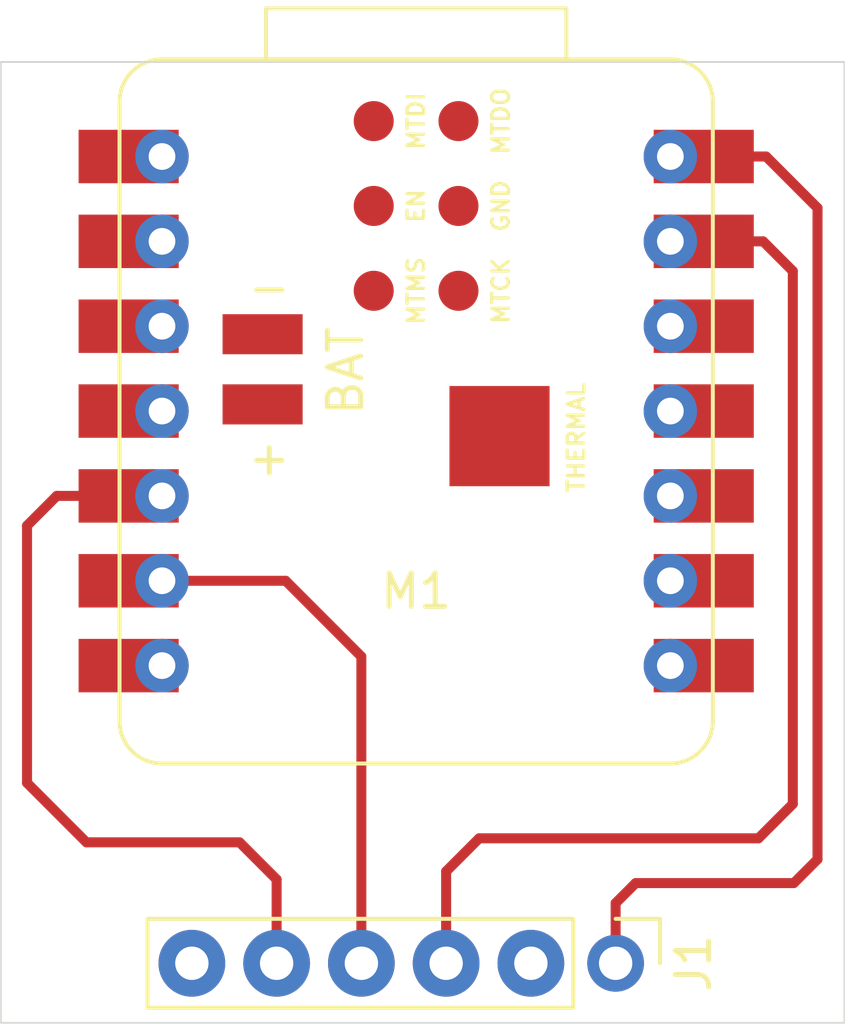
<source format=kicad_pcb>
(kicad_pcb (version 20241229) (generator "pcbnew") (generator_version "9.0")
  (layers (0 "F.Cu" signal) (2 "B.Cu" signal) (13 "F.Paste" user) (15 "B.Paste" user) (5 "F.SilkS" user "F.Silkscreen") (7 "B.SilkS" user "B.Silkscreen") (1 "F.Mask" user) (3 "B.Mask" user) (25 "Edge.Cuts" user))
  (net 0 "")
  (net 11 "GND")
  (net 12 "SDA")
  (net 13 "INT")
  (net 14 "SCL")
  (net 15 "1.8")
  (net 16 "V")
  (footprint "fab:PinHeader_01x06_P2.54mm_Vertical_THT_D1mm" (layer "F.Cu") (at 100.66 89.13 -90)
    (property "Reference" "J1" (at 0 -2.33 90) (layer "F.SilkS"))
    (property "Value" "Adafruit 4554 ICM-20948")
    (fp_line (start -1.33 14.03) (end 1.33 14.03) (stroke (width 0.12)) (layer "F.SilkS"))
    (fp_line (start -1.33 1.27) (end -1.33 14.03) (stroke (width 0.12)) (layer "F.SilkS"))
    (fp_line (start -1.33 1.27) (end 1.33 1.27) (stroke (width 0.12)) (layer "F.SilkS"))
    (fp_line (start 1.33 1.27) (end 1.33 14.03) (stroke (width 0.12)) (layer "F.SilkS"))
    (fp_line (start -1.33 0) (end -1.33 -1.33) (stroke (width 0.12)) (layer "F.SilkS"))
    (fp_line (start -1.33 -1.33) (end 0 -1.33) (stroke (width 0.12)) (layer "F.SilkS"))
    (pad "1" thru_hole circle (at 0 0 270) (size 1.7 1.7) (drill 1) (layers "*.Cu" "*.Mask") (net 16 "V"))
    (pad "2" thru_hole oval (at 0 2.54 270) (size 2 2) (drill 1) (layers "*.Cu" "*.Mask") (net 15 "1.8"))
    (pad "3" thru_hole oval (at 0 5.08 270) (size 2 2) (drill 1) (layers "*.Cu" "*.Mask") (net 11 "GND"))
    (pad "4" thru_hole oval (at 0 7.62 270) (size 2 2) (drill 1) (layers "*.Cu" "*.Mask") (net 14 "SCL"))
    (pad "5" thru_hole oval (at 0 10.16 270) (size 2 2) (drill 1) (layers "*.Cu" "*.Mask") (net 12 "SDA"))
    (pad "6" thru_hole oval (at 0 12.7 270) (size 2 2) (drill 1) (layers "*.Cu" "*.Mask") (net 13 "INT"))
  )
  (footprint "fab:SeeedStudio_XIAO_ESP32C3" (layer "F.Cu") (at 94.68 72.6)
    (property "Reference" "M1" (at 0 5.39 0) (layer "F.SilkS"))
    (property "Value" "Module_XIAO-ESP32C3")
    (fp_line (start -8.8875 9.281) (end -8.8875 -9.261) (stroke (width 0.12)) (layer "F.SilkS"))
    (fp_line (start -7.6175 -10.531) (end 7.6225 -10.531) (stroke (width 0.12)) (layer "F.SilkS"))
    (fp_line (start 7.6225 10.551) (end -7.6175 10.551) (stroke (width 0.12)) (layer "F.SilkS"))
    (fp_line (start 8.8925 -9.261) (end 8.8925 9.281) (stroke (width 0.12)) (layer "F.SilkS"))
    (fp_rect (start -4.4975 -10.531) (end 4.5025 -12.055) (stroke (width 0.12)) (fill no) (layer "F.SilkS"))
    (fp_arc (start -8.8875 -9.261) (mid -8.515526 -10.159026) (end -7.6175 -10.531) (stroke (width 0.12)) (layer "F.SilkS"))
    (fp_arc (start -7.6175 10.551) (mid -8.515526 10.179026) (end -8.8875 9.281) (stroke (width 0.12)) (layer "F.SilkS"))
    (fp_arc (start 7.6225 -10.531) (mid 8.520526 -10.159026) (end 8.8925 -9.261) (stroke (width 0.12)) (layer "F.SilkS"))
    (fp_arc (start 8.8925 9.281) (mid 8.520526 10.179026) (end 7.6225 10.551) (stroke (width 0.12)) (layer "F.SilkS"))
    (fp_text user "GND" (at 2.54 -6.14 90) (layer "F.SilkS") (effects (font (size 0.5 0.5) (thickness 0.1) (bold yes))))
    (fp_text user "+" (at -4.4 1.4 0) (layer "F.SilkS"))
    (fp_text user "THERMAL" (at 4.8 0.8 90) (layer "F.SilkS") (effects (font (size 0.5 0.5) (thickness 0.1) (bold yes))))
    (fp_text user "MTCK" (at 2.54 -3.6 90) (layer "F.SilkS") (effects (font (size 0.5 0.5) (thickness 0.1) (bold yes))))
    (fp_text user "BAT" (at -2.7 -1.2 90) (layer "F.SilkS") (effects (justify top)))
    (fp_text user "MTDI" (at 0 -8.68 90) (layer "F.SilkS") (effects (font (size 0.5 0.5) (thickness 0.1) (bold yes))))
    (fp_text user "MTMS" (at 0 -3.6 90) (layer "F.SilkS") (effects (font (size 0.5 0.5) (thickness 0.1) (bold yes))))
    (fp_text user "MTDO" (at 2.54 -8.68 90) (layer "F.SilkS") (effects (font (size 0.5 0.5) (thickness 0.1) (bold yes))))
    (fp_text user "EN" (at 0 -6.14 90) (layer "F.SilkS") (effects (font (size 0.5 0.5) (thickness 0.1) (bold yes))))
    (fp_text user "-" (at -4.4 -3.7 0) (layer "F.SilkS"))
    (pad "1" thru_hole circle (at -7.615 -7.62) (size 1.6 1.6) (drill 0.8) (layers "*.Cu" "*.Mask"))
    (pad "1" smd rect (at -7.615 -7.62) (size 3 1.6) (drill (offset -1 0)) (layers "F.Cu" "F.Mask" "F.Paste"))
    (pad "2" thru_hole circle (at -7.615 -5.08) (size 1.6 1.6) (drill 0.8) (layers "*.Cu" "*.Mask"))
    (pad "2" smd rect (at -7.615 -5.08) (size 3 1.6) (drill (offset -1 0)) (layers "F.Cu" "F.Mask" "F.Paste"))
    (pad "3" thru_hole circle (at -7.615 -2.54) (size 1.6 1.6) (drill 0.8) (layers "*.Cu" "*.Mask"))
    (pad "3" smd rect (at -7.615 -2.54) (size 3 1.6) (drill (offset -1 0)) (layers "F.Cu" "F.Mask" "F.Paste"))
    (pad "4" thru_hole circle (at -7.615 0) (size 1.6 1.6) (drill 0.8) (layers "*.Cu" "*.Mask"))
    (pad "4" smd rect (at -7.615 0) (size 3 1.6) (drill (offset -1 0)) (layers "F.Cu" "F.Mask" "F.Paste"))
    (pad "5" thru_hole circle (at -7.615 2.54) (size 1.6 1.6) (drill 0.8) (layers "*.Cu" "*.Mask") (net 12 "SDA"))
    (pad "5" smd rect (at -7.615 2.54) (size 3 1.6) (drill (offset -1 0)) (layers "F.Cu" "F.Mask" "F.Paste") (net 12 "SDA"))
    (pad "6" thru_hole circle (at -7.615 5.08) (size 1.6 1.6) (drill 0.8) (layers "*.Cu" "*.Mask") (net 14 "SCL"))
    (pad "6" smd rect (at -7.615 5.08) (size 3 1.6) (drill (offset -1 0)) (layers "F.Cu" "F.Mask" "F.Paste") (net 14 "SCL"))
    (pad "7" thru_hole circle (at -7.615 7.62) (size 1.6 1.6) (drill 0.8) (layers "*.Cu" "*.Mask"))
    (pad "7" smd rect (at -7.615 7.62) (size 3 1.6) (drill (offset -1 0)) (layers "F.Cu" "F.Mask" "F.Paste"))
    (pad "8" thru_hole circle (at 7.62 7.62) (size 1.6 1.6) (drill 0.8) (layers "*.Cu" "*.Mask"))
    (pad "8" smd rect (at 7.62 7.62) (size 3 1.6) (drill (offset 1 0)) (layers "F.Cu" "F.Mask" "F.Paste"))
    (pad "9" thru_hole circle (at 7.62 5.08) (size 1.6 1.6) (drill 0.8) (layers "*.Cu" "*.Mask"))
    (pad "9" smd rect (at 7.62 5.08) (size 3 1.6) (drill (offset 1 0)) (layers "F.Cu" "F.Mask" "F.Paste"))
    (pad "10" thru_hole circle (at 7.62 2.54) (size 1.6 1.6) (drill 0.8) (layers "*.Cu" "*.Mask"))
    (pad "10" smd rect (at 7.62 2.54) (size 3 1.6) (drill (offset 1 0)) (layers "F.Cu" "F.Mask" "F.Paste"))
    (pad "11" thru_hole circle (at 7.62 0) (size 1.6 1.6) (drill 0.8) (layers "*.Cu" "*.Mask"))
    (pad "11" smd rect (at 7.62 0) (size 3 1.6) (drill (offset 1 0)) (layers "F.Cu" "F.Mask" "F.Paste"))
    (pad "12" thru_hole circle (at 7.62 -2.54) (size 1.6 1.6) (drill 0.8) (layers "*.Cu" "*.Mask"))
    (pad "12" smd rect (at 7.62 -2.54) (size 3 1.6) (drill (offset 1 0)) (layers "F.Cu" "F.Mask" "F.Paste"))
    (pad "13" thru_hole circle (at 7.62 -5.08) (size 1.6 1.6) (drill 0.8) (layers "*.Cu" "*.Mask") (net 11 "GND"))
    (pad "13" smd rect (at 7.62 -5.08) (size 3 1.6) (drill (offset 1 0)) (layers "F.Cu" "F.Mask" "F.Paste") (net 11 "GND"))
    (pad "14" thru_hole circle (at 7.62 -7.62) (size 1.6 1.6) (drill 0.8) (layers "*.Cu" "*.Mask") (net 16 "V"))
    (pad "14" smd rect (at 7.62 -7.62) (size 3 1.6) (drill (offset 1 0)) (layers "F.Cu" "F.Mask" "F.Paste") (net 16 "V"))
    (pad "15" smd rect (at -4.6 -2.3) (size 2.4 1.2) (layers "F.Cu" "F.Mask" "F.Paste"))
    (pad "16" smd rect (at -4.6 -0.2) (size 2.4 1.2) (layers "F.Cu" "F.Mask" "F.Paste"))
    (pad "17" smd circle (at -1.27 -8.68) (size 1.2 1.2) (layers "F.Cu" "F.Mask" "F.Paste"))
    (pad "18" smd circle (at -1.27 -6.14) (size 1.2 1.2) (layers "F.Cu" "F.Mask" "F.Paste"))
    (pad "19" smd circle (at -1.27 -3.6) (size 1.2 1.2) (layers "F.Cu" "F.Mask" "F.Paste"))
    (pad "20" smd circle (at 1.27 -3.6) (size 1.2 1.2) (layers "F.Cu" "F.Mask" "F.Paste"))
    (pad "21" smd circle (at 1.27 -6.14) (size 1.2 1.2) (layers "F.Cu" "F.Mask" "F.Paste"))
    (pad "22" smd circle (at 1.27 -8.68) (size 1.2 1.2) (layers "F.Cu" "F.Mask" "F.Paste"))
    (pad "23" smd rect (at 2.5 0.75) (size 3 3) (layers "F.Cu" "F.Mask" "F.Paste"))
  )
  (gr_rect (start 82.235 62.15) (end 107.515 90.91) (stroke (width 0.05)) (fill no) (layer "Edge.Cuts"))
  (segment (start 105.97 84.36) (end 104.94 85.39) (width 0.3) (layer "F.Cu") (net 11))
  (segment (start 104.94 85.39) (end 96.57 85.39) (width 0.3) (layer "F.Cu") (net 11))
  (segment (start 95.58 86.38) (end 95.58 89.13) (width 0.3) (layer "F.Cu") (net 11))
  (segment (start 105.08 67.52) (end 105.97 68.41) (width 0.3) (layer "F.Cu") (net 11))
  (segment (start 105.97 68.41) (end 105.97 84.36) (width 0.3) (layer "F.Cu") (net 11))
  (segment (start 96.57 85.39) (end 95.58 86.38) (width 0.3) (layer "F.Cu") (net 11))
  (segment (start 102.3 67.52) (end 105.08 67.52) (width 0.3) (layer "F.Cu") (net 11))
  (segment (start 83.91 75.14) (end 83.02 76.03) (width 0.3) (layer "F.Cu") (net 12))
  (segment (start 90.5 86.62) (end 90.5 89.13) (width 0.3) (layer "F.Cu") (net 12))
  (segment (start 83.02 76.03) (end 83.02 83.73) (width 0.3) (layer "F.Cu") (net 12))
  (segment (start 84.8 85.51) (end 89.39 85.51) (width 0.3) (layer "F.Cu") (net 12))
  (segment (start 89.39 85.51) (end 90.5 86.62) (width 0.3) (layer "F.Cu") (net 12))
  (segment (start 87.065 75.14) (end 83.91 75.14) (width 0.3) (layer "F.Cu") (net 12))
  (segment (start 83.02 83.73) (end 84.8 85.51) (width 0.3) (layer "F.Cu") (net 12))
  (segment (start 87.065 77.68) (end 90.77 77.68) (width 0.3) (layer "F.Cu") (net 14))
  (segment (start 93.04 79.95) (end 93.04 89.13) (width 0.3) (layer "F.Cu") (net 14))
  (segment (start 90.77 77.68) (end 93.04 79.95) (width 0.3) (layer "F.Cu") (net 14))
  (segment (start 105.17 64.98) (end 106.71 66.52) (width 0.3) (layer "F.Cu") (net 16))
  (segment (start 102.3 64.98) (end 105.17 64.98) (width 0.3) (layer "F.Cu") (net 16))
  (segment (start 106.71 66.52) (end 106.71 86.02) (width 0.3) (layer "F.Cu") (net 16))
  (segment (start 100.66 87.33) (end 100.66 89.13) (width 0.3) (layer "F.Cu") (net 16))
  (segment (start 106.71 86.02) (end 106 86.73) (width 0.3) (layer "F.Cu") (net 16))
  (segment (start 106 86.73) (end 101.26 86.73) (width 0.3) (layer "F.Cu") (net 16))
  (segment (start 101.26 86.73) (end 100.66 87.33) (width 0.3) (layer "F.Cu") (net 16))
)
</source>
